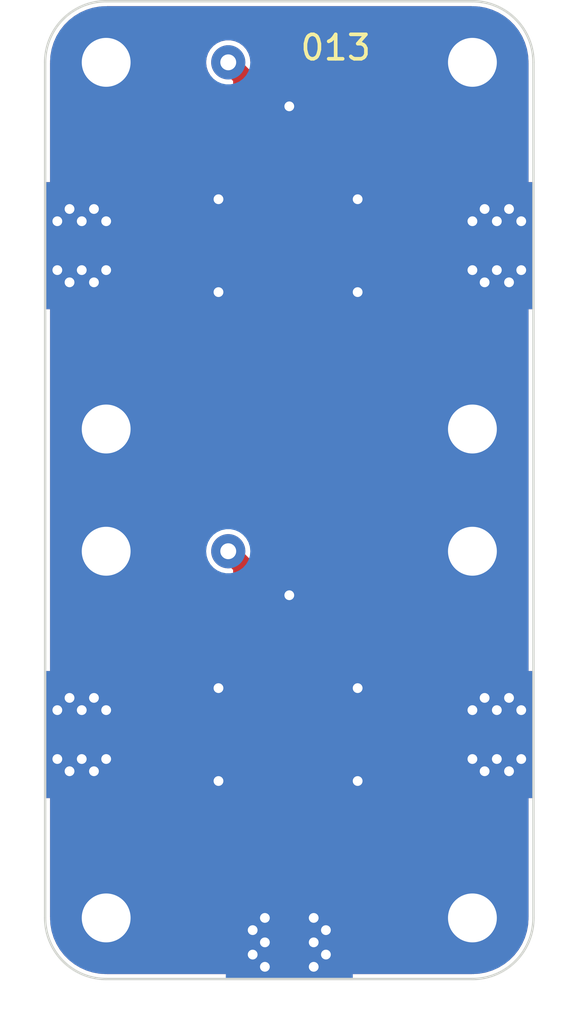
<source format=kicad_pcb>
(kicad_pcb (version 20211014) (generator pcbnew)
  (title_block (title "013-Prototype board") (date "2022-11-09") (rev "1") (company "Halidelabs") (comment 1 "contact@halidelabs.eu"))
  (layers (0 "F.Cu" signal) (31 "B.Cu" signal) (36 "B.SilkS" user "B.Silkscreen") (37 "F.SilkS" user "F.Silkscreen") (38 "B.Mask" user) (39 "F.Mask" user) (44 "Edge.Cuts" user))
  (net 0 "")
  (net 1 "GND")
  (footprint "TestPoint:TestPoint_Pad_1.5x1.5mm" (layer "F.Cu") (at 156.2 90.7)
    (fp_text reference "REF**" hide)
    (fp_text value "TestPoint_Pad_1.5x1.5mm")
    (pad "1" smd rect (at 0 0) (size 1.5 1.5) (layers "F.Cu" "F.Mask"))
  )
  (footprint "TestPoint:TestPoint_Pad_1.5x1.5mm" (layer "F.Cu") (at 155.2 103.1)
    (fp_text reference "REF**" hide)
    (fp_text value "TestPoint_Pad_1.5x1.5mm")
    (pad "1" smd rect (at 0 0) (size 1.5 1.5) (layers "F.Cu" "F.Mask"))
  )
  (footprint "TestPoint:TestPoint_Pad_1.5x1.5mm" (layer "F.Cu") (at 156.2 88.8)
    (fp_text reference "REF**" hide)
    (fp_text value "TestPoint_Pad_1.5x1.5mm")
    (pad "1" smd rect (at 0 0) (size 1.5 1.5) (layers "F.Cu" "F.Mask"))
  )
  (footprint "TestPoint:TestPoint_Pad_1.5x1.5mm" (layer "F.Cu") (at 156.2 108.8)
    (fp_text reference "REF**" hide)
    (fp_text value "TestPoint_Pad_1.5x1.5mm")
    (pad "1" smd rect (at 0 0) (size 1.5 1.5) (layers "F.Cu" "F.Mask"))
  )
  (footprint "TestPoint:TestPoint_Pad_1.5x1.5mm" (layer "F.Cu") (at 164.7 103.1)
    (fp_text reference "REF**" hide)
    (fp_text value "TestPoint_Pad_1.5x1.5mm")
    (pad "1" smd rect (at 0 0) (size 1.5 1.5) (layers "F.Cu" "F.Mask"))
  )
  (footprint "TestPoint:TestPoint_Pad_1.5x1.5mm" (layer "F.Cu") (at 158.1 110.7)
    (fp_text reference "REF**" hide)
    (fp_text value "TestPoint_Pad_1.5x1.5mm")
    (pad "1" smd rect (at 0 0) (size 1.5 1.5) (layers "F.Cu" "F.Mask"))
  )
  (footprint "TestPoint:TestPoint_Pad_1.5x1.5mm" (layer "F.Cu") (at 157.1 83.1)
    (fp_text reference "REF**" hide)
    (fp_text value "TestPoint_Pad_1.5x1.5mm")
    (pad "1" smd roundrect (at 0 0) (size 1.5 1.5) (layers "F.Cu" "F.Paste" "F.Mask") (roundrect_rratio 0) (chamfer_ratio 0.5) (chamfer top_left top_right bottom_left bottom_right) (net 1 "GND"))
  )
  (footprint "TestPoint:TestPoint_Pad_1.5x1.5mm" (layer "F.Cu") (at 160 92.6)
    (fp_text reference "REF**" hide)
    (fp_text value "TestPoint_Pad_1.5x1.5mm")
    (pad "1" smd rect (at 0 0) (size 1.5 1.5) (layers "F.Cu" "F.Mask"))
  )
  (footprint "TestPoint:TestPoint_Pad_1.5x1.5mm" (layer "F.Cu") (at 154.3 101.2)
    (fp_text reference "REF**" hide)
    (fp_text value "TestPoint_Pad_1.5x1.5mm")
    (pad "1" smd rect (at 0 0) (size 1.5 1.5) (layers "F.Cu" "F.Mask"))
  )
  (footprint "TestPoint:TestPoint_Pad_1.5x1.5mm" (layer "F.Cu") (at 161.9 95.5)
    (fp_text reference "REF**" hide)
    (fp_text value "TestPoint_Pad_1.5x1.5mm")
    (pad "1" smd rect (at 0 0) (size 1.5 1.5) (layers "F.Cu" "F.Mask"))
  )
  (footprint "TestPoint:TestPoint_Pad_1.5x1.5mm" (layer "F.Cu") (at 160 99.3)
    (fp_text reference "REF**" hide)
    (fp_text value "TestPoint_Pad_1.5x1.5mm")
    (pad "1" smd roundrect (at 0 0) (size 1.5 1.5) (layers "F.Cu" "F.Paste" "F.Mask") (roundrect_rratio 0) (chamfer_ratio 0.5) (chamfer top_left top_right bottom_left bottom_right) (net 1 "GND"))
  )
  (footprint "TestPoint:TestPoint_Pad_1.5x1.5mm" (layer "F.Cu") (at 159 83.1)
    (fp_text reference "REF**" hide)
    (fp_text value "TestPoint_Pad_1.5x1.5mm")
    (pad "1" smd rect (at 0 0) (size 1.5 1.5) (layers "F.Cu" "F.Mask"))
  )
  (footprint "TestPoint:TestPoint_Pad_1.5x1.5mm" (layer "F.Cu") (at 164.7 83.1)
    (fp_text reference "REF**" hide)
    (fp_text value "TestPoint_Pad_1.5x1.5mm")
    (pad "1" smd rect (at 0 0) (size 1.5 1.5) (layers "F.Cu" "F.Mask"))
  )
  (footprint "TestPoint:TestPoint_Pad_1.5x1.5mm" (layer "F.Cu") (at 161.9 99.3)
    (fp_text reference "REF**" hide)
    (fp_text value "TestPoint_Pad_1.5x1.5mm")
    (pad "1" smd rect (at 0 0) (size 1.5 1.5) (layers "F.Cu" "F.Mask"))
  )
  (footprint "modular-rf-bench-footprints:M2-hole" (layer "F.Cu") (at 152.5 112.5)
    (fp_text reference "H2" hide)
    (fp_text value "M2" hide)
    (pad "1" thru_hole circle (at 0 0) (size 3.4 3.4) (drill 2) (layers *.Cu *.Mask) (net 1 "GND"))
  )
  (footprint "TestPoint:TestPoint_Pad_1.5x1.5mm" (layer "F.Cu") (at 160.9 83.1)
    (fp_text reference "REF**" hide)
    (fp_text value "TestPoint_Pad_1.5x1.5mm")
    (pad "1" smd rect (at 0 0) (size 1.5 1.5) (layers "F.Cu" "F.Mask"))
  )
  (footprint "TestPoint:TestPoint_Pad_1.5x1.5mm" (layer "F.Cu") (at 161.9 97.4)
    (fp_text reference "REF**" hide)
    (fp_text value "TestPoint_Pad_1.5x1.5mm")
    (pad "1" smd rect (at 0 0) (size 1.5 1.5) (layers "F.Cu" "F.Mask"))
  )
  (footprint "TestPoint:TestPoint_Pad_1.5x1.5mm" (layer "F.Cu") (at 161.9 79.3)
    (fp_text reference "REF**" hide)
    (fp_text value "TestPoint_Pad_1.5x1.5mm")
    (pad "1" smd rect (at 0 0) (size 1.5 1.5) (layers "F.Cu" "F.Mask"))
  )
  (footprint "TestPoint:TestPoint_Pad_1.5x1.5mm" (layer "F.Cu") (at 158.1 105)
    (fp_text reference "REF**" hide)
    (fp_text value "TestPoint_Pad_1.5x1.5mm")
    (pad "1" smd rect (at 0 0) (size 1.5 1.5) (layers "F.Cu" "F.Mask"))
  )
  (footprint "TestPoint:TestPoint_Pad_1.5x1.5mm" (layer "F.Cu") (at 158.1 85)
    (fp_text reference "REF**" hide)
    (fp_text value "TestPoint_Pad_1.5x1.5mm")
    (pad "1" smd rect (at 0 0) (size 1.5 1.5) (layers "F.Cu" "F.Mask"))
  )
  (footprint "TestPoint:TestPoint_Pad_1.5x1.5mm" (layer "F.Cu") (at 154.3 108.8)
    (fp_text reference "REF**" hide)
    (fp_text value "TestPoint_Pad_1.5x1.5mm")
    (pad "1" smd rect (at 0 0) (size 1.5 1.5) (layers "F.Cu" "F.Mask"))
  )
  (footprint "TestPoint:TestPoint_Pad_1.5x1.5mm" (layer "F.Cu") (at 165.7 88.8)
    (fp_text reference "REF**" hide)
    (fp_text value "TestPoint_Pad_1.5x1.5mm")
    (pad "1" smd rect (at 0 0) (size 1.5 1.5) (layers "F.Cu" "F.Mask"))
  )
  (footprint "TestPoint:TestPoint_Pad_1.5x1.5mm" (layer "F.Cu") (at 163.8 79.3)
    (fp_text reference "REF**" hide)
    (fp_text value "TestPoint_Pad_1.5x1.5mm")
    (pad "1" smd rect (at 0 0) (size 1.5 1.5) (layers "F.Cu" "F.Mask"))
  )
  (footprint "TestPoint:TestPoint_Pad_1.5x1.5mm" (layer "F.Cu") (at 163.8 95.5)
    (fp_text reference "REF**" hide)
    (fp_text value "TestPoint_Pad_1.5x1.5mm")
    (pad "1" smd rect (at 0 0) (size 1.5 1.5) (layers "F.Cu" "F.Mask"))
  )
  (footprint "TestPoint:TestPoint_Pad_1.5x1.5mm" (layer "F.Cu") (at 157.1 106.9)
    (fp_text reference "REF**" hide)
    (fp_text value "TestPoint_Pad_1.5x1.5mm")
    (pad "1" smd roundrect (at 0 0) (size 1.5 1.5) (layers "F.Cu" "F.Paste" "F.Mask") (roundrect_rratio 0) (chamfer_ratio 0.5) (chamfer top_left top_right bottom_left bottom_right) (net 1 "GND"))
  )
  (footprint "TestPoint:TestPoint_Pad_1.5x1.5mm" (layer "F.Cu") (at 160 108.8)
    (fp_text reference "REF**" hide)
    (fp_text value "TestPoint_Pad_1.5x1.5mm")
    (pad "1" smd rect (at 0 0) (size 1.5 1.5) (layers "F.Cu" "F.Mask"))
  )
  (footprint "TestPoint:TestPoint_Pad_1.5x1.5mm" (layer "F.Cu") (at 165.7 81.2)
    (fp_text reference "REF**" hide)
    (fp_text value "TestPoint_Pad_1.5x1.5mm")
    (pad "1" smd rect (at 0 0) (size 1.5 1.5) (layers "F.Cu" "F.Mask"))
  )
  (footprint "TestPoint:TestPoint_Pad_1.5x1.5mm" (layer "F.Cu") (at 155.2 86.9)
    (fp_text reference "REF**" hide)
    (fp_text value "TestPoint_Pad_1.5x1.5mm")
    (pad "1" smd rect (at 0 0) (size 1.5 1.5) (layers "F.Cu" "F.Mask"))
  )
  (footprint "TestPoint:TestPoint_Pad_1.5x1.5mm" (layer "F.Cu") (at 157.5 97.5)
    (fp_text reference "REF**" hide)
    (fp_text value "TestPoint_Pad_1.5x1.5mm")
    (pad "1" thru_hole circle (at 0 0) (size 1.4 1.4) (drill 0.65) (layers *.Cu *.Mask))
  )
  (footprint "TestPoint:TestPoint_Pad_1.5x1.5mm" (layer "F.Cu") (at 159 86.9)
    (fp_text reference "REF**" hide)
    (fp_text value "TestPoint_Pad_1.5x1.5mm")
    (pad "1" smd rect (at 0 0) (size 1.5 1.5) (layers "F.Cu" "F.Mask"))
  )
  (footprint "TestPoint:TestPoint_Pad_1.5x1.5mm" (layer "F.Cu") (at 163.8 92.6)
    (fp_text reference "REF**" hide)
    (fp_text value "TestPoint_Pad_1.5x1.5mm")
    (pad "1" smd rect (at 0 0) (size 1.5 1.5) (layers "F.Cu" "F.Mask"))
  )
  (footprint "TestPoint:TestPoint_Pad_1.5x1.5mm" (layer "F.Cu") (at 154.3 81.2)
    (fp_text reference "REF**" hide)
    (fp_text value "TestPoint_Pad_1.5x1.5mm")
    (pad "1" smd rect (at 0 0) (size 1.5 1.5) (layers "F.Cu" "F.Mask"))
  )
  (footprint "TestPoint:TestPoint_Pad_1.5x1.5mm" (layer "F.Cu") (at 158.1 99.3)
    (fp_text reference "REF**" hide)
    (fp_text value "TestPoint_Pad_1.5x1.5mm")
    (pad "1" smd rect (at 0 0) (size 1.5 1.5) (layers "F.Cu" "F.Mask"))
  )
  (footprint "TestPoint:TestPoint_Pad_1.5x1.5mm" (layer "F.Cu") (at 161.9 88.8)
    (fp_text reference "REF**" hide)
    (fp_text value "TestPoint_Pad_1.5x1.5mm")
    (pad "1" smd rect (at 0 0) (size 1.5 1.5) (layers "F.Cu" "F.Mask"))
  )
  (footprint "TestPoint:TestPoint_Pad_1.5x1.5mm" (layer "F.Cu") (at 163.8 85)
    (fp_text reference "REF**" hide)
    (fp_text value "TestPoint_Pad_1.5x1.5mm")
    (pad "1" smd rect (at 0 0) (size 1.5 1.5) (layers "F.Cu" "F.Mask"))
  )
  (footprint "TestPoint:TestPoint_Pad_1.5x1.5mm" (layer "F.Cu") (at 156.2 110.7)
    (fp_text reference "REF**" hide)
    (fp_text value "TestPoint_Pad_1.5x1.5mm")
    (pad "1" smd rect (at 0 0) (size 1.5 1.5) (layers "F.Cu" "F.Mask"))
  )
  (footprint "TestPoint:TestPoint_Pad_1.5x1.5mm" (layer "F.Cu") (at 156.2 85)
    (fp_text reference "REF**" hide)
    (fp_text value "TestPoint_Pad_1.5x1.5mm")
    (pad "1" smd rect (at 0 0) (size 1.5 1.5) (layers "F.Cu" "F.Mask"))
  )
  (footprint "TestPoint:TestPoint_Pad_1.5x1.5mm" (layer "F.Cu") (at 158.1 90.7)
    (fp_text reference "REF**" hide)
    (fp_text value "TestPoint_Pad_1.5x1.5mm")
    (pad "1" smd rect (at 0 0) (size 1.5 1.5) (layers "F.Cu" "F.Mask"))
  )
  (footprint "TestPoint:TestPoint_Pad_1.5x1.5mm" (layer "F.Cu") (at 165.7 101.2)
    (fp_text reference "REF**" hide)
    (fp_text value "TestPoint_Pad_1.5x1.5mm")
    (pad "1" smd rect (at 0 0) (size 1.5 1.5) (layers "F.Cu" "F.Mask"))
  )
  (footprint "TestPoint:TestPoint_Pad_1.5x1.5mm" (layer "F.Cu") (at 158.1 88.8)
    (fp_text reference "REF**" hide)
    (fp_text value "TestPoint_Pad_1.5x1.5mm")
    (pad "1" smd rect (at 0 0) (size 1.5 1.5) (layers "F.Cu" "F.Mask"))
  )
  (footprint "TestPoint:TestPoint_Pad_1.5x1.5mm" (layer "F.Cu") (at 160 105)
    (fp_text reference "REF**" hide)
    (fp_text value "TestPoint_Pad_1.5x1.5mm")
    (pad "1" smd rect (at 0 0) (size 1.5 1.5) (layers "F.Cu" "F.Mask"))
  )
  (footprint "TestPoint:TestPoint_Pad_1.5x1.5mm" (layer "F.Cu") (at 161.9 92.6)
    (fp_text reference "REF**" hide)
    (fp_text value "TestPoint_Pad_1.5x1.5mm")
    (pad "1" smd rect (at 0 0) (size 1.5 1.5) (layers "F.Cu" "F.Mask"))
  )
  (footprint "TestPoint:TestPoint_Pad_1.5x1.5mm" (layer "F.Cu") (at 165.7 108.8)
    (fp_text reference "REF**" hide)
    (fp_text value "TestPoint_Pad_1.5x1.5mm")
    (pad "1" smd rect (at 0 0) (size 1.5 1.5) (layers "F.Cu" "F.Mask"))
  )
  (footprint "TestPoint:TestPoint_Pad_1.5x1.5mm" (layer "F.Cu") (at 158.1 101.2)
    (fp_text reference "REF**" hide)
    (fp_text value "TestPoint_Pad_1.5x1.5mm")
    (pad "1" smd rect (at 0 0) (size 1.5 1.5) (layers "F.Cu" "F.Mask"))
  )
  (footprint "TestPoint:TestPoint_Pad_1.5x1.5mm" (layer "F.Cu") (at 165.7 105)
    (fp_text reference "REF**" hide)
    (fp_text value "TestPoint_Pad_1.5x1.5mm")
    (pad "1" smd rect (at 0 0) (size 1.5 1.5) (layers "F.Cu" "F.Mask"))
  )
  (footprint "TestPoint:TestPoint_Pad_1.5x1.5mm" (layer "F.Cu") (at 154.3 105)
    (fp_text reference "REF**" hide)
    (fp_text value "TestPoint_Pad_1.5x1.5mm")
    (pad "1" smd rect (at 0 0) (size 1.5 1.5) (layers "F.Cu" "F.Mask"))
  )
  (footprint "TestPoint:TestPoint_Pad_1.5x1.5mm" (layer "F.Cu") (at 163.8 101.2)
    (fp_text reference "REF**" hide)
    (fp_text value "TestPoint_Pad_1.5x1.5mm")
    (pad "1" smd rect (at 0 0) (size 1.5 1.5) (layers "F.Cu" "F.Mask"))
  )
  (footprint "TestPoint:TestPoint_Pad_1.5x1.5mm" (layer "F.Cu") (at 158.1 81.2)
    (fp_text reference "REF**" hide)
    (fp_text value "TestPoint_Pad_1.5x1.5mm")
    (pad "1" smd rect (at 0 0) (size 1.5 1.5) (layers "F.Cu" "F.Mask"))
  )
  (footprint "TestPoint:TestPoint_Pad_1.5x1.5mm" (layer "F.Cu") (at 162.8 86.9)
    (fp_text reference "REF**" hide)
    (fp_text value "TestPoint_Pad_1.5x1.5mm")
    (pad "1" smd roundrect (at 0 0) (size 1.5 1.5) (layers "F.Cu" "F.Paste" "F.Mask") (roundrect_rratio 0) (chamfer_ratio 0.5) (chamfer top_left top_right bottom_left bottom_right) (net 1 "GND"))
  )
  (footprint "TestPoint:TestPoint_Pad_1.5x1.5mm" (layer "F.Cu") (at 165.7 85)
    (fp_text reference "REF**" hide)
    (fp_text value "TestPoint_Pad_1.5x1.5mm")
    (pad "1" smd rect (at 0 0) (size 1.5 1.5) (layers "F.Cu" "F.Mask"))
  )
  (footprint "TestPoint:TestPoint_Pad_1.5x1.5mm" (layer "F.Cu") (at 156.2 95.5)
    (fp_text reference "REF**" hide)
    (fp_text value "TestPoint_Pad_1.5x1.5mm")
    (pad "1" smd rect (at 0 0) (size 1.5 1.5) (layers "F.Cu" "F.Mask"))
  )
  (footprint "TestPoint:TestPoint_Pad_1.5x1.5mm" (layer "F.Cu") (at 158.1 79.3)
    (fp_text reference "REF**" hide)
    (fp_text value "TestPoint_Pad_1.5x1.5mm")
    (pad "1" smd rect (at 0 0) (size 1.5 1.5) (layers "F.Cu" "F.Mask"))
  )
  (footprint "TestPoint:TestPoint_Pad_1.5x1.5mm" (layer "F.Cu") (at 164.7 86.9)
    (fp_text reference "REF**" hide)
    (fp_text value "TestPoint_Pad_1.5x1.5mm")
    (pad "1" smd rect (at 0 0) (size 1.5 1.5) (layers "F.Cu" "F.Mask"))
  )
  (footprint "TestPoint:TestPoint_Pad_1.5x1.5mm" (layer "F.Cu") (at 158.1 95.5)
    (fp_text reference "REF**" hide)
    (fp_text value "TestPoint_Pad_1.5x1.5mm")
    (pad "1" smd rect (at 0 0) (size 1.5 1.5) (layers "F.Cu" "F.Mask"))
  )
  (footprint "TestPoint:TestPoint_Pad_1.5x1.5mm" (layer "F.Cu") (at 156.2 81.2)
    (fp_text reference "REF**" hide)
    (fp_text value "TestPoint_Pad_1.5x1.5mm")
    (pad "1" smd rect (at 0 0) (size 1.5 1.5) (layers "F.Cu" "F.Mask"))
  )
  (footprint "TestPoint:TestPoint_Pad_1.5x1.5mm" (layer "F.Cu") (at 160 79.3)
    (fp_text reference "REF**" hide)
    (fp_text value "TestPoint_Pad_1.5x1.5mm")
    (pad "1" smd roundrect (at 0 0) (size 1.5 1.5) (layers "F.Cu" "F.Paste" "F.Mask") (roundrect_rratio 0) (chamfer_ratio 0.5) (chamfer bottom_left bottom_right) (net 1 "GND"))
  )
  (footprint "TestPoint:TestPoint_Pad_1.5x1.5mm" (layer "F.Cu") (at 158.1 108.8)
    (fp_text reference "REF**" hide)
    (fp_text value "TestPoint_Pad_1.5x1.5mm")
    (pad "1" smd rect (at 0 0) (size 1.5 1.5) (layers "F.Cu" "F.Mask"))
  )
  (footprint "TestPoint:TestPoint_Pad_1.5x1.5mm" (layer "F.Cu") (at 160 95.5)
    (fp_text reference "REF**" hide)
    (fp_text value "TestPoint_Pad_1.5x1.5mm")
    (pad "1" smd rect (at 0 0) (size 1.5 1.5) (layers "F.Cu" "F.Mask"))
  )
  (footprint "modular-rf-bench-footprints:edge-connector" (layer "F.Cu") (at 170 105)
    (fp_text reference "J2")
    (fp_text value "CONN" hide)
    (pad "1" smd rect (at -1.5 0) (size 3 0.8) (layers "F.Cu"))
    (pad "2" thru_hole circle (at -1.5 1) (size 0.8 0.8) (drill 0.4) (layers *.Cu) (net 1 "GND"))
    (pad "2" smd rect (at -1.5 1.6) (size 3 2) (layers "F.Cu") (net 1 "GND"))
    (pad "2" thru_hole circle (at -2 -1.5) (size 0.8 0.8) (drill 0.4) (layers *.Cu) (net 1 "GND"))
    (pad "2" thru_hole circle (at -0.5 1) (size 0.8 0.8) (drill 0.4) (layers *.Cu) (net 1 "GND"))
    (pad "2" thru_hole circle (at -0.5 -1) (size 0.8 0.8) (drill 0.4) (layers *.Cu) (net 1 "GND"))
    (pad "2" smd rect (at -1.5 0) (size 3 5.2) (layers "B.Cu") (net 1 "GND"))
    (pad "2" thru_hole circle (at -2 1.5) (size 0.8 0.8) (drill 0.4) (layers *.Cu) (net 1 "GND"))
    (pad "2" thru_hole circle (at -1 -1.5) (size 0.8 0.8) (drill 0.4) (layers *.Cu) (net 1 "GND"))
    (pad "2" thru_hole circle (at -1 1.5) (size 0.8 0.8) (drill 0.4) (layers *.Cu) (net 1 "GND"))
    (pad "2" thru_hole circle (at -2.5 -1) (size 0.8 0.8) (drill 0.4) (layers *.Cu) (net 1 "GND"))
    (pad "2" thru_hole circle (at -2.5 1) (size 0.8 0.8) (drill 0.4) (layers *.Cu) (net 1 "GND"))
    (pad "2" thru_hole circle (at -1.5 -1) (size 0.8 0.8) (drill 0.4) (layers *.Cu) (net 1 "GND"))
    (pad "2" smd rect (at -1.5 -1.6) (size 3 2) (layers "F.Cu") (net 1 "GND"))
  )
  (footprint "TestPoint:TestPoint_Pad_1.0x1.0mm" (layer "F.Cu") (at 162.85 94.05)
    (fp_text reference "REF**" hide)
    (fp_text value "TestPoint_Pad_1.0x1.0mm" hide)
    (pad "1" smd rect (at 0 0) (size 1 1) (layers "F.Cu" "F.Mask"))
  )
  (footprint "modular-rf-bench-footprints:edge-connector" (layer "F.Cu") (at 170 85)
    (fp_text reference "J2")
    (fp_text value "CONN" hide)
    (pad "1" smd rect (at -1.5 0) (size 3 0.8) (layers "F.Cu"))
    (pad "2" thru_hole circle (at -2 -1.5) (size 0.8 0.8) (drill 0.4) (layers *.Cu) (net 1 "GND"))
    (pad "2" thru_hole circle (at -2 1.5) (size 0.8 0.8) (drill 0.4) (layers *.Cu) (net 1 "GND"))
    (pad "2" thru_hole circle (at -0.5 1) (size 0.8 0.8) (drill 0.4) (layers *.Cu) (net 1 "GND"))
    (pad "2" smd rect (at -1.5 -1.6) (size 3 2) (layers "F.Cu") (net 1 "GND"))
    (pad "2" smd rect (at -1.5 0) (size 3 5.2) (layers "B.Cu") (net 1 "GND"))
    (pad "2" thru_hole circle (at -2.5 1) (size 0.8 0.8) (drill 0.4) (layers *.Cu) (net 1 "GND"))
    (pad "2" thru_hole circle (at -1 1.5) (size 0.8 0.8) (drill 0.4) (layers *.Cu) (net 1 "GND"))
    (pad "2" thru_hole circle (at -1 -1.5) (size 0.8 0.8) (drill 0.4) (layers *.Cu) (net 1 "GND"))
    (pad "2" thru_hole circle (at -0.5 -1) (size 0.8 0.8) (drill 0.4) (layers *.Cu) (net 1 "GND"))
    (pad "2" thru_hole circle (at -1.5 -1) (size 0.8 0.8) (drill 0.4) (layers *.Cu) (net 1 "GND"))
    (pad "2" thru_hole circle (at -1.5 1) (size 0.8 0.8) (drill 0.4) (layers *.Cu) (net 1 "GND"))
    (pad "2" smd rect (at -1.5 1.6) (size 3 2) (layers "F.Cu") (net 1 "GND"))
    (pad "2" thru_hole circle (at -2.5 -1) (size 0.8 0.8) (drill 0.4) (layers *.Cu) (net 1 "GND"))
  )
  (footprint "TestPoint:TestPoint_Pad_1.5x1.5mm" (layer "F.Cu") (at 163.8 97.4)
    (fp_text reference "REF**" hide)
    (fp_text value "TestPoint_Pad_1.5x1.5mm")
    (pad "1" smd rect (at 0 0) (size 1.5 1.5) (layers "F.Cu" "F.Mask"))
  )
  (footprint "modular-rf-bench-footprints:M2-hole" (layer "F.Cu") (at 152.5 77.5)
    (fp_text reference "H1" hide)
    (fp_text value "M2" hide)
    (pad "1" thru_hole circle (at 0 0) (size 3.4 3.4) (drill 2) (layers *.Cu *.Mask) (net 1 "GND"))
  )
  (footprint "TestPoint:TestPoint_Pad_1.0x1.0mm" (layer "F.Cu") (at 164.75 94.05)
    (fp_text reference "REF**" hide)
    (fp_text value "TestPoint_Pad_1.0x1.0mm" hide)
    (pad "1" smd rect (at 0 0) (size 1 1) (layers "F.Cu" "F.Mask"))
  )
  (footprint "TestPoint:TestPoint_Pad_1.5x1.5mm" (layer "F.Cu") (at 161.9 101.2)
    (fp_text reference "REF**" hide)
    (fp_text value "TestPoint_Pad_1.5x1.5mm")
    (pad "1" smd rect (at 0 0) (size 1.5 1.5) (layers "F.Cu" "F.Mask"))
  )
  (footprint "TestPoint:TestPoint_Pad_1.5x1.5mm" (layer "F.Cu") (at 159 106.9)
    (fp_text reference "REF**" hide)
    (fp_text value "TestPoint_Pad_1.5x1.5mm")
    (pad "1" smd rect (at 0 0) (size 1.5 1.5) (layers "F.Cu" "F.Mask"))
  )
  (footprint "TestPoint:TestPoint_Pad_1.5x1.5mm" (layer "F.Cu") (at 162.8 106.9)
    (fp_text reference "REF**" hide)
    (fp_text value "TestPoint_Pad_1.5x1.5mm")
    (pad "1" smd roundrect (at 0 0) (size 1.5 1.5) (layers "F.Cu" "F.Paste" "F.Mask") (roundrect_rratio 0) (chamfer_ratio 0.5) (chamfer top_left top_right bottom_left bottom_right) (net 1 "GND"))
  )
  (footprint "TestPoint:TestPoint_Pad_1.5x1.5mm" (layer "F.Cu") (at 154.3 88.8)
    (fp_text reference "REF**" hide)
    (fp_text value "TestPoint_Pad_1.5x1.5mm")
    (pad "1" smd rect (at 0 0) (size 1.5 1.5) (layers "F.Cu" "F.Mask"))
  )
  (footprint "TestPoint:TestPoint_Pad_1.5x1.5mm" (layer "F.Cu") (at 158.1 92.6)
    (fp_text reference "REF**" hide)
    (fp_text value "TestPoint_Pad_1.5x1.5mm")
    (pad "1" smd rect (at 0 0) (size 1.5 1.5) (layers "F.Cu" "F.Mask"))
  )
  (footprint "TestPoint:TestPoint_Pad_1.5x1.5mm" (layer "F.Cu") (at 161.9 110.7)
    (fp_text reference "REF**" hide)
    (fp_text value "TestPoint_Pad_1.5x1.5mm")
    (pad "1" smd rect (at 0 0) (size 1.5 1.5) (layers "F.Cu" "F.Mask"))
  )
  (footprint "TestPoint:TestPoint_Pad_1.5x1.5mm" (layer "F.Cu") (at 160.9 106.9)
    (fp_text reference "REF**" hide)
    (fp_text value "TestPoint_Pad_1.5x1.5mm")
    (pad "1" smd rect (at 0 0) (size 1.5 1.5) (layers "F.Cu" "F.Mask"))
  )
  (footprint "TestPoint:TestPoint_Pad_1.5x1.5mm" (layer "F.Cu") (at 163.8 108.8)
    (fp_text reference "REF**" hide)
    (fp_text value "TestPoint_Pad_1.5x1.5mm")
    (pad "1" smd rect (at 0 0) (size 1.5 1.5) (layers "F.Cu" "F.Mask"))
  )
  (footprint "modular-rf-bench-footprints:M2-hole" (layer "F.Cu") (at 152.5 97.5)
    (fp_text reference "H2" hide)
    (fp_text value "M2" hide)
    (pad "1" thru_hole circle (at 0 0) (size 3.4 3.4) (drill 2) (layers *.Cu *.Mask) (net 1 "GND"))
  )
  (footprint "TestPoint:TestPoint_Pad_1.5x1.5mm" (layer "F.Cu") (at 159 103.1)
    (fp_text reference "REF**" hide)
    (fp_text value "TestPoint_Pad_1.5x1.5mm")
    (pad "1" smd rect (at 0 0) (size 1.5 1.5) (layers "F.Cu" "F.Mask"))
  )
  (footprint "TestPoint:TestPoint_Pad_1.5x1.5mm" (layer "F.Cu") (at 161.9 85)
    (fp_text reference "REF**" hide)
    (fp_text value "TestPoint_Pad_1.5x1.5mm")
    (pad "1" smd rect (at 0 0) (size 1.5 1.5) (layers "F.Cu" "F.Mask"))
  )
  (footprint "modular-rf-bench-footprints:M2-hole" (layer "F.Cu") (at 167.5 77.5)
    (fp_text reference "H4" hide)
    (fp_text value "M2" hide)
    (pad "1" thru_hole circle (at 0 0) (size 3.4 3.4) (drill 2) (layers *.Cu *.Mask) (net 1 "GND"))
  )
  (footprint "TestPoint:TestPoint_Pad_1.5x1.5mm" (layer "F.Cu") (at 156.2 99.3)
    (fp_text reference "REF**" hide)
    (fp_text value "TestPoint_Pad_1.5x1.5mm")
    (pad "1" smd rect (at 0 0) (size 1.5 1.5) (layers "F.Cu" "F.Mask"))
  )
  (footprint "modular-rf-bench-footprints:edge-connector" (layer "F.Cu") (at 150 105 180)
    (fp_text reference "J2")
    (fp_text value "CONN" hide)
    (pad "1" smd rect (at -1.5 0 180) (size 3 0.8) (layers "F.Cu"))
    (pad "2" thru_hole circle (at -2.5 -1 180) (size 0.8 0.8) (drill 0.4) (layers *.Cu) (net 1 "GND"))
    (pad "2" thru_hole circle (at -2.5 1 180) (size 0.8 0.8) (drill 0.4) (layers *.Cu) (net 1 "GND"))
    (pad "2" thru_hole circle (at -0.5 -1 180) (size 0.8 0.8) (drill 0.4) (layers *.Cu) (net 1 "GND"))
    (pad "2" thru_hole circle (at -2 -1.5 180) (size 0.8 0.8) (drill 0.4) (layers *.Cu) (net 1 "GND"))
    (pad "2" thru_hole circle (at -1.5 1 180) (size 0.8 0.8) (drill 0.4) (layers *.Cu) (net 1 "GND"))
    (pad "2" thru_hole circle (at -2 1.5 180) (size 0.8 0.8) (drill 0.4) (layers *.Cu) (net 1 "GND"))
    (pad "2" thru_hole circle (at -0.5 1 180) (size 0.8 0.8) (drill 0.4) (layers *.Cu) (net 1 "GND"))
    (pad "2" smd rect (at -1.5 -1.6 180) (size 3 2) (layers "F.Cu") (net 1 "GND"))
    (pad "2" thru_hole circle (at -1.5 -1 180) (size 0.8 0.8) (drill 0.4) (layers *.Cu) (net 1 "GND"))
    (pad "2" thru_hole circle (at -1 1.5 180) (size 0.8 0.8) (drill 0.4) (layers *.Cu) (net 1 "GND"))
    (pad "2" smd rect (at -1.5 0 180) (size 3 5.2) (layers "B.Cu") (net 1 "GND"))
    (pad "2" thru_hole circle (at -1 -1.5 180) (size 0.8 0.8) (drill 0.4) (layers *.Cu) (net 1 "GND"))
    (pad "2" smd rect (at -1.5 1.6 180) (size 3 2) (layers "F.Cu") (net 1 "GND"))
  )
  (footprint "TestPoint:TestPoint_Pad_1.5x1.5mm" (layer "F.Cu") (at 156.2 101.2)
    (fp_text reference "REF**" hide)
    (fp_text value "TestPoint_Pad_1.5x1.5mm")
    (pad "1" smd rect (at 0 0) (size 1.5 1.5) (layers "F.Cu" "F.Mask"))
  )
  (footprint "TestPoint:TestPoint_Pad_1.5x1.5mm" (layer "F.Cu") (at 163.8 110.7)
    (fp_text reference "REF**" hide)
    (fp_text value "TestPoint_Pad_1.5x1.5mm")
    (pad "1" smd rect (at 0 0) (size 1.5 1.5) (layers "F.Cu" "F.Mask"))
  )
  (footprint "TestPoint:TestPoint_Pad_1.5x1.5mm" (layer "F.Cu") (at 161.9 81.2)
    (fp_text reference "REF**" hide)
    (fp_text value "TestPoint_Pad_1.5x1.5mm")
    (pad "1" smd rect (at 0 0) (size 1.5 1.5) (layers "F.Cu" "F.Mask"))
  )
  (footprint "TestPoint:TestPoint_Pad_1.5x1.5mm" (layer "F.Cu") (at 156.2 92.6)
    (fp_text reference "REF**" hide)
    (fp_text value "TestPoint_Pad_1.5x1.5mm")
    (pad "1" smd rect (at 0 0) (size 1.5 1.5) (layers "F.Cu" "F.Mask"))
  )
  (footprint "TestPoint:TestPoint_Pad_1.5x1.5mm" (layer "F.Cu") (at 155.2 83.1)
    (fp_text reference "REF**" hide)
    (fp_text value "TestPoint_Pad_1.5x1.5mm")
    (pad "1" smd rect (at 0 0) (size 1.5 1.5) (layers "F.Cu" "F.Mask"))
  )
  (footprint "TestPoint:TestPoint_Pad_1.0x1.0mm" (layer "F.Cu") (at 160.95 94.05)
    (fp_text reference "REF**" hide)
    (fp_text value "TestPoint_Pad_1.0x1.0mm" hide)
    (pad "1" smd rect (at 0 0) (size 1 1) (layers "F.Cu" "F.Mask"))
  )
  (footprint "TestPoint:TestPoint_Pad_1.0x1.0mm" (layer "F.Cu") (at 155.25 94.05)
    (fp_text reference "REF**" hide)
    (fp_text value "TestPoint_Pad_1.0x1.0mm" hide)
    (pad "1" smd rect (at 0 0) (size 1 1) (layers "F.Cu" "F.Mask"))
  )
  (footprint "TestPoint:TestPoint_Pad_1.5x1.5mm" (layer "F.Cu") (at 162.8 103.1)
    (fp_text reference "REF**" hide)
    (fp_text value "TestPoint_Pad_1.5x1.5mm")
    (pad "1" smd roundrect (at 0 0) (size 1.5 1.5) (layers "F.Cu" "F.Paste" "F.Mask") (roundrect_rratio 0) (chamfer_ratio 0.5) (chamfer top_left top_right bottom_left bottom_right) (net 1 "GND"))
  )
  (footprint "TestPoint:TestPoint_Pad_1.5x1.5mm" (layer "F.Cu") (at 157.1 103.1)
    (fp_text reference "REF**" hide)
    (fp_text value "TestPoint_Pad_1.5x1.5mm")
    (pad "1" smd roundrect (at 0 0) (size 1.5 1.5) (layers "F.Cu" "F.Paste" "F.Mask") (roundrect_rratio 0) (chamfer_ratio 0.5) (chamfer top_left top_right bottom_left bottom_right) (net 1 "GND"))
  )
  (footprint "TestPoint:TestPoint_Pad_1.5x1.5mm" (layer "F.Cu") (at 161.9 105)
    (fp_text reference "REF**" hide)
    (fp_text value "TestPoint_Pad_1.5x1.5mm")
    (pad "1" smd rect (at 0 0) (size 1.5 1.5) (layers "F.Cu" "F.Mask"))
  )
  (footprint "TestPoint:TestPoint_Pad_1.0x1.0mm" (layer "F.Cu") (at 157.15 94.05)
    (fp_text reference "REF**" hide)
    (fp_text value "TestPoint_Pad_1.0x1.0mm" hide)
    (pad "1" smd rect (at 0 0) (size 1 1) (layers "F.Cu" "F.Mask"))
  )
  (footprint "TestPoint:TestPoint_Pad_1.5x1.5mm" (layer "F.Cu") (at 161.9 90.7)
    (fp_text reference "REF**" hide)
    (fp_text value "TestPoint_Pad_1.5x1.5mm")
    (pad "1" smd rect (at 0 0) (size 1.5 1.5) (layers "F.Cu" "F.Mask"))
  )
  (footprint "modular-rf-bench-footprints:edge-connector" (layer "F.Cu") (at 160 115 -90)
    (fp_text reference "J2")
    (fp_text value "CONN" hide)
    (pad "1" smd rect (at -1.5 0 270) (size 3 0.8) (layers "F.Cu"))
    (pad "2" thru_hole circle (at -1 1.5 270) (size 0.8 0.8) (drill 0.4) (layers *.Cu) (net 1 "GND"))
    (pad "2" smd rect (at -1.5 1.6 270) (size 3 2) (layers "F.Cu") (net 1 "GND"))
    (pad "2" thru_hole circle (at -1.5 1 270) (size 0.8 0.8) (drill 0.4) (layers *.Cu) (net 1 "GND"))
    (pad "2" thru_hole circle (at -2 1.5 270) (size 0.8 0.8) (drill 0.4) (layers *.Cu) (net 1 "GND"))
    (pad "2" thru_hole circle (at -0.5 -1 270) (size 0.8 0.8) (drill 0.4) (layers *.Cu) (net 1 "GND"))
    (pad "2" thru_hole circle (at -0.5 1 270) (size 0.8 0.8) (drill 0.4) (layers *.Cu) (net 1 "GND"))
    (pad "2" thru_hole circle (at -2 -1.5 270) (size 0.8 0.8) (drill 0.4) (layers *.Cu) (net 1 "GND"))
    (pad "2" thru_hole circle (at -2.5 1 270) (size 0.8 0.8) (drill 0.4) (layers *.Cu) (net 1 "GND"))
    (pad "2" thru_hole circle (at -2.5 -1 270) (size 0.8 0.8) (drill 0.4) (layers *.Cu) (net 1 "GND"))
    (pad "2" smd rect (at -1.5 -1.6 270) (size 3 2) (layers "F.Cu") (net 1 "GND"))
    (pad "2" thru_hole circle (at -1.5 -1 270) (size 0.8 0.8) (drill 0.4) (layers *.Cu) (net 1 "GND"))
    (pad "2" smd rect (at -1.5 0 270) (size 3 5.2) (layers "B.Cu") (net 1 "GND"))
    (pad "2" thru_hole circle (at -1 -1.5 270) (size 0.8 0.8) (drill 0.4) (layers *.Cu) (net 1 "GND"))
  )
  (footprint "TestPoint:TestPoint_Pad_1.5x1.5mm" (layer "F.Cu") (at 160 85)
    (fp_text reference "REF**" hide)
    (fp_text value "TestPoint_Pad_1.5x1.5mm")
    (pad "1" smd rect (at 0 0) (size 1.5 1.5) (layers "F.Cu" "F.Mask"))
  )
  (footprint "TestPoint:TestPoint_Pad_1.5x1.5mm" (layer "F.Cu") (at 163.8 90.7)
    (fp_text reference "REF**" hide)
    (fp_text value "TestPoint_Pad_1.5x1.5mm")
    (pad "1" smd rect (at 0 0) (size 1.5 1.5) (layers "F.Cu" "F.Mask"))
  )
  (footprint "TestPoint:TestPoint_Pad_1.5x1.5mm" (layer "F.Cu") (at 157.5 77.5)
    (fp_text reference "REF**" hide)
    (fp_text value "TestPoint_Pad_1.5x1.5mm")
    (pad "1" thru_hole circle (at 0 0) (size 1.4 1.4) (drill 0.65) (layers *.Cu *.Mask))
  )
  (footprint "TestPoint:TestPoint_Pad_1.5x1.5mm" (layer "F.Cu") (at 160 90.7)
    (fp_text reference "REF**" hide)
    (fp_text value "TestPoint_Pad_1.5x1.5mm")
    (pad "1" smd rect (at 0 0) (size 1.5 1.5) (layers "F.Cu" "F.Mask"))
  )
  (footprint "modular-rf-bench-footprints:edge-connector" (layer "F.Cu") (at 150 85 180)
    (fp_text reference "J2")
    (fp_text value "CONN" hide)
    (pad "1" smd rect (at -1.5 0 180) (size 3 0.8) (layers "F.Cu"))
    (pad "2" thru_hole circle (at -1 1.5 180) (size 0.8 0.8) (drill 0.4) (layers *.Cu) (net 1 "GND"))
    (pad "2" thru_hole circle (at -2 1.5 180) (size 0.8 0.8) (drill 0.4) (layers *.Cu) (net 1 "GND"))
    (pad "2" thru_hole circle (at -1.5 1 180) (size 0.8 0.8) (drill 0.4) (layers *.Cu) (net 1 "GND"))
    (pad "2" thru_hole circle (at -1.5 -1 180) (size 0.8 0.8) (drill 0.4) (layers *.Cu) (net 1 "GND"))
    (pad "2" thru_hole circle (at -2 -1.5 180) (size 0.8 0.8) (drill 0.4) (layers *.Cu) (net 1 "GND"))
    (pad "2" thru_hole circle (at -2.5 1 180) (size 0.8 0.8) (drill 0.4) (layers *.Cu) (net 1 "GND"))
    (pad "2" thru_hole circle (at -2.5 -1 180) (size 0.8 0.8) (drill 0.4) (layers *.Cu) (net 1 "GND"))
    (pad "2" smd rect (at -1.5 0 180) (size 3 5.2) (layers "B.Cu") (net 1 "GND"))
    (pad "2" thru_hole circle (at -0.5 -1 180) (size 0.8 0.8) (drill 0.4) (layers *.Cu) (net 1 "GND"))
    (pad "2" smd rect (at -1.5 1.6 180) (size 3 2) (layers "F.Cu") (net 1 "GND"))
    (pad "2" smd rect (at -1.5 -1.6 180) (size 3 2) (layers "F.Cu") (net 1 "GND"))
    (pad "2" thru_hole circle (at -1 -1.5 180) (size 0.8 0.8) (drill 0.4) (layers *.Cu) (net 1 "GND"))
    (pad "2" thru_hole circle (at -0.5 1 180) (size 0.8 0.8) (drill 0.4) (layers *.Cu) (net 1 "GND"))
  )
  (footprint "TestPoint:TestPoint_Pad_1.0x1.0mm" (layer "F.Cu") (at 159.05 94.05)
    (fp_text reference "REF**" hide)
    (fp_text value "TestPoint_Pad_1.0x1.0mm" hide)
    (pad "1" smd rect (at 0 0) (size 1 1) (layers "F.Cu" "F.Mask"))
  )
  (footprint "modular-rf-bench-footprints:M2-hole" (layer "F.Cu") (at 167.5 112.5)
    (fp_text reference "H2" hide)
    (fp_text value "M2" hide)
    (pad "1" thru_hole circle (at 0 0) (size 3.4 3.4) (drill 2) (layers *.Cu *.Mask) (net 1 "GND"))
  )
  (footprint "TestPoint:TestPoint_Pad_1.5x1.5mm" (layer "F.Cu") (at 160.9 86.9)
    (fp_text reference "REF**" hide)
    (fp_text value "TestPoint_Pad_1.5x1.5mm")
    (pad "1" smd rect (at 0 0) (size 1.5 1.5) (layers "F.Cu" "F.Mask"))
  )
  (footprint "TestPoint:TestPoint_Pad_1.5x1.5mm" (layer "F.Cu") (at 162.8 83.1)
    (fp_text reference "REF**" hide)
    (fp_text value "TestPoint_Pad_1.5x1.5mm")
    (pad "1" smd roundrect (at 0 0) (size 1.5 1.5) (layers "F.Cu" "F.Paste" "F.Mask") (roundrect_rratio 0) (chamfer_ratio 0.5) (chamfer top_left top_right bottom_left bottom_right) (net 1 "GND"))
  )
  (footprint "modular-rf-bench-footprints:M2-hole" (layer "F.Cu") (at 167.5 97.5)
    (fp_text reference "H3" hide)
    (fp_text value "M2" hide)
    (pad "1" thru_hole circle (at 0 0) (size 3.4 3.4) (drill 2) (layers *.Cu *.Mask) (net 1 "GND"))
  )
  (footprint "modular-rf-bench-footprints:M2-hole" (layer "F.Cu") (at 167.5 92.5)
    (fp_text reference "H3" hide)
    (fp_text value "M2" hide)
    (pad "1" thru_hole circle (at 0 0) (size 3.4 3.4) (drill 2) (layers *.Cu *.Mask) (net 1 "GND"))
  )
  (footprint "TestPoint:TestPoint_Pad_1.5x1.5mm" (layer "F.Cu") (at 154.3 85)
    (fp_text reference "REF**" hide)
    (fp_text value "TestPoint_Pad_1.5x1.5mm")
    (pad "1" smd rect (at 0 0) (size 1.5 1.5) (layers "F.Cu" "F.Mask"))
  )
  (footprint "TestPoint:TestPoint_Pad_1.5x1.5mm" (layer "F.Cu") (at 164.7 106.9)
    (fp_text reference "REF**" hide)
    (fp_text value "TestPoint_Pad_1.5x1.5mm")
    (pad "1" smd rect (at 0 0) (size 1.5 1.5) (layers "F.Cu" "F.Mask"))
  )
  (footprint "TestPoint:TestPoint_Pad_1.5x1.5mm" (layer "F.Cu") (at 163.8 81.2)
    (fp_text reference "REF**" hide)
    (fp_text value "TestPoint_Pad_1.5x1.5mm")
    (pad "1" smd rect (at 0 0) (size 1.5 1.5) (layers "F.Cu" "F.Mask"))
  )
  (footprint "TestPoint:TestPoint_Pad_1.5x1.5mm" (layer "F.Cu") (at 163.8 99.3)
    (fp_text reference "REF**" hide)
    (fp_text value "TestPoint_Pad_1.5x1.5mm")
    (pad "1" smd rect (at 0 0) (size 1.5 1.5) (layers "F.Cu" "F.Mask"))
  )
  (footprint "TestPoint:TestPoint_Pad_1.5x1.5mm" (layer "F.Cu") (at 157.1 86.9)
    (fp_text reference "REF**" hide)
    (fp_text value "TestPoint_Pad_1.5x1.5mm")
    (pad "1" smd roundrect (at 0 0) (size 1.5 1.5) (layers "F.Cu" "F.Paste" "F.Mask") (roundrect_rratio 0) (chamfer_ratio 0.5) (chamfer top_left top_right bottom_left bottom_right) (net 1 "GND"))
  )
  (footprint "TestPoint:TestPoint_Pad_1.5x1.5mm" (layer "F.Cu") (at 160 81.2)
    (fp_text reference "REF**" hide)
    (fp_text value "TestPoint_Pad_1.5x1.5mm")
    (pad "1" smd rect (at 0 0) (size 1.5 1.5) (layers "F.Cu" "F.Mask"))
  )
  (footprint "TestPoint:TestPoint_Pad_1.5x1.5mm" (layer "F.Cu") (at 155.2 106.9)
    (fp_text reference "REF**" hide)
    (fp_text value "TestPoint_Pad_1.5x1.5mm")
    (pad "1" smd rect (at 0 0) (size 1.5 1.5) (layers "F.Cu" "F.Mask"))
  )
  (footprint "TestPoint:TestPoint_Pad_1.5x1.5mm" (layer "F.Cu") (at 163.8 88.8)
    (fp_text reference "REF**" hide)
    (fp_text value "TestPoint_Pad_1.5x1.5mm")
    (pad "1" smd rect (at 0 0) (size 1.5 1.5) (layers "F.Cu" "F.Mask"))
  )
  (footprint "TestPoint:TestPoint_Pad_1.5x1.5mm" (layer "F.Cu") (at 156.2 105)
    (fp_text reference "REF**" hide)
    (fp_text value "TestPoint_Pad_1.5x1.5mm")
    (pad "1" smd rect (at 0 0) (size 1.5 1.5) (layers "F.Cu" "F.Mask"))
  )
  (footprint "TestPoint:TestPoint_Pad_1.5x1.5mm" (layer "F.Cu") (at 160 88.8)
    (fp_text reference "REF**" hide)
    (fp_text value "TestPoint_Pad_1.5x1.5mm")
    (pad "1" smd rect (at 0 0) (size 1.5 1.5) (layers "F.Cu" "F.Mask"))
  )
  (footprint "TestPoint:TestPoint_Pad_1.5x1.5mm" (layer "F.Cu") (at 163.8 105)
    (fp_text reference "REF**" hide)
    (fp_text value "TestPoint_Pad_1.5x1.5mm")
    (pad "1" smd rect (at 0 0) (size 1.5 1.5) (layers "F.Cu" "F.Mask"))
  )
  (footprint "TestPoint:TestPoint_Pad_1.5x1.5mm" (layer "F.Cu") (at 161.9 108.8)
    (fp_text reference "REF**" hide)
    (fp_text value "TestPoint_Pad_1.5x1.5mm")
    (pad "1" smd rect (at 0 0) (size 1.5 1.5) (layers "F.Cu" "F.Mask"))
  )
  (footprint "TestPoint:TestPoint_Pad_1.5x1.5mm" (layer "F.Cu") (at 160.9 103.1)
    (fp_text reference "REF**" hide)
    (fp_text value "TestPoint_Pad_1.5x1.5mm")
    (pad "1" smd rect (at 0 0) (size 1.5 1.5) (layers "F.Cu" "F.Mask"))
  )
  (footprint "TestPoint:TestPoint_Pad_1.5x1.5mm" (layer "F.Cu") (at 160 110.7)
    (fp_text reference "REF**" hide)
    (fp_text value "TestPoint_Pad_1.5x1.5mm")
    (pad "1" smd rect (at 0 0) (size 1.5 1.5) (layers "F.Cu" "F.Mask"))
  )
  (footprint "TestPoint:TestPoint_Pad_1.5x1.5mm" (layer "F.Cu") (at 160 101.2)
    (fp_text reference "REF**" hide)
    (fp_text value "TestPoint_Pad_1.5x1.5mm")
    (pad "1" smd rect (at 0 0) (size 1.5 1.5) (layers "F.Cu" "F.Mask"))
  )
  (footprint "TestPoint:TestPoint_Pad_1.5x1.5mm" (layer "F.Cu") (at 156.2 79.3)
    (fp_text reference "REF**" hide)
    (fp_text value "TestPoint_Pad_1.5x1.5mm")
    (pad "1" smd rect (at 0 0) (size 1.5 1.5) (layers "F.Cu" "F.Mask"))
  )
  (footprint "TestPoint:TestPoint_Pad_1.5x1.5mm" (layer "F.Cu") (at 160 97.4)
    (fp_text reference "REF**" hide)
    (fp_text value "TestPoint_Pad_1.5x1.5mm")
    (pad "1" smd rect (at 0 0) (size 1.5 1.5) (layers "F.Cu" "F.Mask"))
  )
  (footprint "modular-rf-bench-footprints:M2-hole" (layer "F.Cu") (at 152.5 92.5)
    (fp_text reference "H2" hide)
    (fp_text value "M2" hide)
    (pad "1" thru_hole circle (at 0 0) (size 3.4 3.4) (drill 2) (layers *.Cu *.Mask) (net 1 "GND"))
  )
  (gr_arc (start 150 77.5) (mid 150.732233 75.732233) (end 152.5 75) (layer "Edge.Cuts") (width 0.1))
  (gr_line (start 152.5 75) (end 167.5 75) (layer "Edge.Cuts") (width 0.1))
  (gr_arc (start 167.5 75) (mid 169.267767 75.732233) (end 170 77.5) (layer "Edge.Cuts") (width 0.1))
  (gr_line (start 150 112.5) (end 150 77.5) (layer "Edge.Cuts") (width 0.1))
  (gr_arc (start 152.5 115) (mid 150.732233 114.267767) (end 150 112.5) (layer "Edge.Cuts") (width 0.1))
  (gr_line (start 170 77.5) (end 170 112.5) (layer "Edge.Cuts") (width 0.1))
  (gr_arc (start 170 112.5) (mid 169.267767 114.267767) (end 167.5 115) (layer "Edge.Cuts") (width 0.1))
  (gr_line (start 167.5 115) (end 152.5 115) (layer "Edge.Cuts") (width 0.1))
  (gr_text "013" (at 161.9 76.9) (layer "F.SilkS") (effects (font (size 1 1))))
  (segment (start 160 113.5) (end 160 110.7) (width 0.8) (layer "F.Cu") (net 0))
  (segment (start 151.5 105) (end 154.3 105) (width 0.8) (layer "F.Cu") (net 0))
  (segment (start 151.5 85) (end 154.3 85) (width 0.8) (layer "F.Cu") (net 0))
  (segment (start 158.1 78.1) (end 157.5 77.5) (width 0.8) (layer "F.Cu") (net 0))
  (segment (start 168.5 85) (end 165.7 85) (width 0.8) (layer "F.Cu") (net 0))
  (segment (start 158.1 99.3) (end 158.1 98.1) (width 0.8) (layer "F.Cu") (net 0))
  (segment (start 168.5 105) (end 165.7 105) (width 0.8) (layer "F.Cu") (net 0))
  (segment (start 158.1 79.3) (end 158.1 78.1) (width 0.8) (layer "F.Cu") (net 0))
  (segment (start 158.1 98.1) (end 157.5 97.5) (width 0.8) (layer "F.Cu") (net 0))
  (via (at 162.8 103.1) (size 0.8) (drill 0.4) (layers "F.Cu" "B.Cu") (net 1))
  (via (at 157.1 86.9) (size 0.8) (drill 0.4) (layers "F.Cu" "B.Cu") (net 1))
  (via (at 157.1 103.1) (size 0.8) (drill 0.4) (layers "F.Cu" "B.Cu") (net 1))
  (via (at 157.1 106.9) (size 0.8) (drill 0.4) (layers "F.Cu" "B.Cu") (net 1))
  (via (at 162.8 106.9) (size 0.8) (drill 0.4) (layers "F.Cu" "B.Cu") (net 1))
  (via (at 157.1 83.1) (size 0.8) (drill 0.4) (layers "F.Cu" "B.Cu") (net 1))
  (via (at 162.8 83.1) (size 0.8) (drill 0.4) (layers "F.Cu" "B.Cu") (net 1))
  (via (at 162.8 86.9) (size 0.8) (drill 0.4) (layers "F.Cu" "B.Cu") (net 1))
  (via (at 160 79.3) (size 0.8) (drill 0.4) (layers "F.Cu" "B.Cu") (net 1))
  (via (at 160 99.3) (size 0.8) (drill 0.4) (layers "F.Cu" "B.Cu") (net 1))
  (zone (net 0) (net_name "") (layer "F.Cu") (connect_pads (clearance 0)) (min_thickness 0.254)
    (keepout (tracks allowed) (vias allowed) (pads allowed) (copperpour not_allowed) (footprints allowed))
    (fill (thermal_gap 0.508) (thermal_bridge_width 0.508))
    (polygon (pts (xy 159.25 78.65) (xy 155.1 78.65) (xy 155.1 78.25) (xy 159.25 78.25)))
  )
  (zone (net 0) (net_name "") (layer "F.Cu") (connect_pads (clearance 0)) (min_thickness 0.254)
    (keepout (tracks allowed) (vias allowed) (pads allowed) (copperpour not_allowed) (footprints allowed))
    (fill (thermal_gap 0.508) (thermal_bridge_width 0.508))
    (polygon (pts (xy 164.9 111.7) (xy 155.1 111.7) (xy 155.1 78.65) (xy 164.9 78.65)))
  )
  (zone (net 0) (net_name "") (layer "F.Cu") (connect_pads (clearance 0)) (min_thickness 0.254)
    (keepout (tracks allowed) (vias allowed) (pads allowed) (copperpour not_allowed) (footprints allowed))
    (fill (thermal_gap 0.508) (thermal_bridge_width 0.508))
    (polygon (pts (xy 164.9 78.65) (xy 160.75 78.65) (xy 160.75 78.25) (xy 164.9 78.25)))
  )
  (zone (net 1) (net_name "GND") (layers F&B.Cu) (name "GND") (connect_pads yes (clearance 0.2)) (min_thickness 0.2) (fill yes (thermal_gap 0.2) (thermal_bridge_width 0.2))
    (polygon (pts (xy 170 115) (xy 150 115) (xy 150 75) (xy 170 75)))
  )
)
</source>
